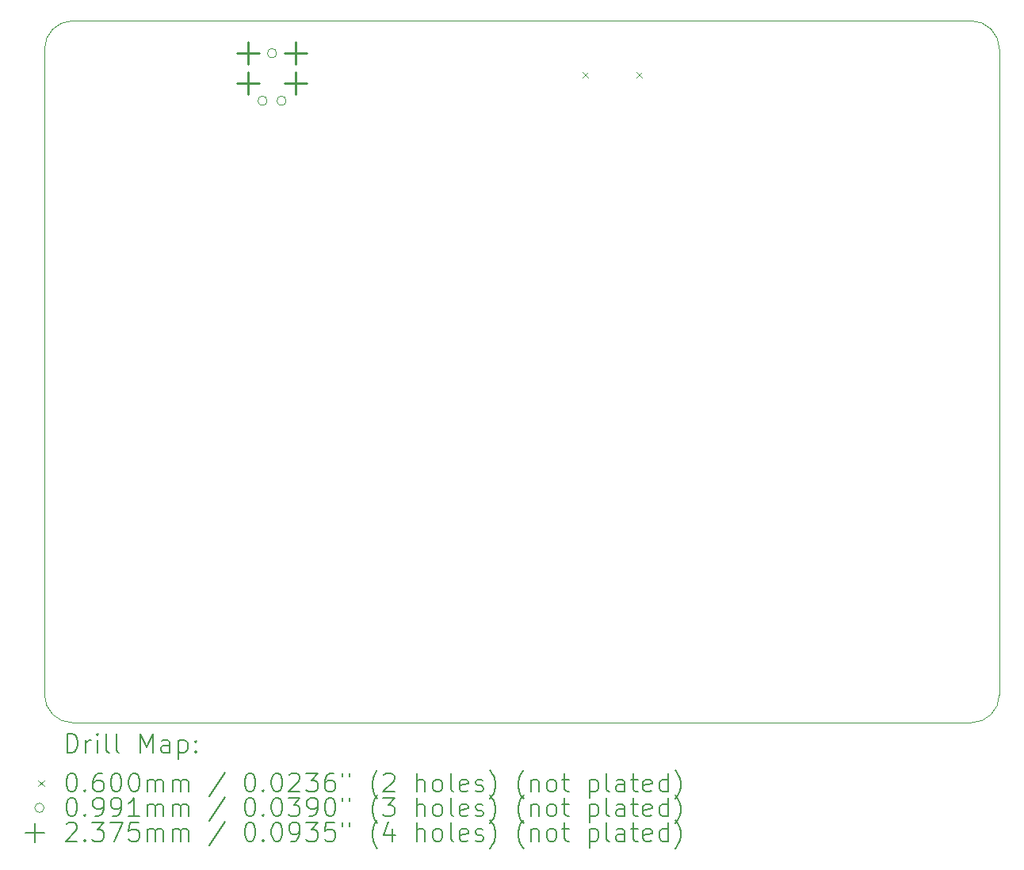
<source format=gbr>
%TF.GenerationSoftware,KiCad,Pcbnew,7.0.1*%
%TF.CreationDate,2023-07-17T00:52:39+01:00*%
%TF.ProjectId,Motor Driver Board,4d6f746f-7220-4447-9269-76657220426f,rev?*%
%TF.SameCoordinates,Original*%
%TF.FileFunction,Drillmap*%
%TF.FilePolarity,Positive*%
%FSLAX45Y45*%
G04 Gerber Fmt 4.5, Leading zero omitted, Abs format (unit mm)*
G04 Created by KiCad (PCBNEW 7.0.1) date 2023-07-17 00:52:39*
%MOMM*%
%LPD*%
G01*
G04 APERTURE LIST*
%ADD10C,0.100000*%
%ADD11C,0.200000*%
%ADD12C,0.060000*%
%ADD13C,0.099060*%
%ADD14C,0.237490*%
G04 APERTURE END LIST*
D10*
X10300000Y-13500000D02*
X19900000Y-13500000D01*
X10000000Y-13200000D02*
G75*
G03*
X10300000Y-13500000I300000J0D01*
G01*
X19900000Y-6000000D02*
X10300000Y-6000000D01*
X20200000Y-6300000D02*
G75*
G03*
X19900000Y-6000000I-300000J0D01*
G01*
X20200000Y-13200000D02*
X20200000Y-6300000D01*
X10000000Y-6300000D02*
X10000000Y-13200000D01*
X10300000Y-6000000D02*
G75*
G03*
X10000000Y-6300000I0J-300000D01*
G01*
X19900000Y-13500000D02*
G75*
G03*
X20200000Y-13200000I0J300000D01*
G01*
D11*
D12*
X15746000Y-6548000D02*
X15806000Y-6608000D01*
X15806000Y-6548000D02*
X15746000Y-6608000D01*
X16324000Y-6548000D02*
X16384000Y-6608000D01*
X16384000Y-6548000D02*
X16324000Y-6608000D01*
D13*
X12377930Y-6854000D02*
G75*
G03*
X12377930Y-6854000I-49530J0D01*
G01*
X12479530Y-6346000D02*
G75*
G03*
X12479530Y-6346000I-49530J0D01*
G01*
X12581130Y-6854000D02*
G75*
G03*
X12581130Y-6854000I-49530J0D01*
G01*
D14*
X12176000Y-6227255D02*
X12176000Y-6464745D01*
X12057255Y-6346000D02*
X12294745Y-6346000D01*
X12176000Y-6544755D02*
X12176000Y-6782245D01*
X12057255Y-6663500D02*
X12294745Y-6663500D01*
X12684000Y-6227255D02*
X12684000Y-6464745D01*
X12565255Y-6346000D02*
X12802745Y-6346000D01*
X12684000Y-6544755D02*
X12684000Y-6782245D01*
X12565255Y-6663500D02*
X12802745Y-6663500D01*
D11*
X10242619Y-13817524D02*
X10242619Y-13617524D01*
X10242619Y-13617524D02*
X10290238Y-13617524D01*
X10290238Y-13617524D02*
X10318810Y-13627048D01*
X10318810Y-13627048D02*
X10337857Y-13646095D01*
X10337857Y-13646095D02*
X10347381Y-13665143D01*
X10347381Y-13665143D02*
X10356905Y-13703238D01*
X10356905Y-13703238D02*
X10356905Y-13731809D01*
X10356905Y-13731809D02*
X10347381Y-13769905D01*
X10347381Y-13769905D02*
X10337857Y-13788952D01*
X10337857Y-13788952D02*
X10318810Y-13808000D01*
X10318810Y-13808000D02*
X10290238Y-13817524D01*
X10290238Y-13817524D02*
X10242619Y-13817524D01*
X10442619Y-13817524D02*
X10442619Y-13684190D01*
X10442619Y-13722286D02*
X10452143Y-13703238D01*
X10452143Y-13703238D02*
X10461667Y-13693714D01*
X10461667Y-13693714D02*
X10480714Y-13684190D01*
X10480714Y-13684190D02*
X10499762Y-13684190D01*
X10566429Y-13817524D02*
X10566429Y-13684190D01*
X10566429Y-13617524D02*
X10556905Y-13627048D01*
X10556905Y-13627048D02*
X10566429Y-13636571D01*
X10566429Y-13636571D02*
X10575952Y-13627048D01*
X10575952Y-13627048D02*
X10566429Y-13617524D01*
X10566429Y-13617524D02*
X10566429Y-13636571D01*
X10690238Y-13817524D02*
X10671190Y-13808000D01*
X10671190Y-13808000D02*
X10661667Y-13788952D01*
X10661667Y-13788952D02*
X10661667Y-13617524D01*
X10795000Y-13817524D02*
X10775952Y-13808000D01*
X10775952Y-13808000D02*
X10766429Y-13788952D01*
X10766429Y-13788952D02*
X10766429Y-13617524D01*
X11023571Y-13817524D02*
X11023571Y-13617524D01*
X11023571Y-13617524D02*
X11090238Y-13760381D01*
X11090238Y-13760381D02*
X11156905Y-13617524D01*
X11156905Y-13617524D02*
X11156905Y-13817524D01*
X11337857Y-13817524D02*
X11337857Y-13712762D01*
X11337857Y-13712762D02*
X11328333Y-13693714D01*
X11328333Y-13693714D02*
X11309286Y-13684190D01*
X11309286Y-13684190D02*
X11271190Y-13684190D01*
X11271190Y-13684190D02*
X11252143Y-13693714D01*
X11337857Y-13808000D02*
X11318809Y-13817524D01*
X11318809Y-13817524D02*
X11271190Y-13817524D01*
X11271190Y-13817524D02*
X11252143Y-13808000D01*
X11252143Y-13808000D02*
X11242619Y-13788952D01*
X11242619Y-13788952D02*
X11242619Y-13769905D01*
X11242619Y-13769905D02*
X11252143Y-13750857D01*
X11252143Y-13750857D02*
X11271190Y-13741333D01*
X11271190Y-13741333D02*
X11318809Y-13741333D01*
X11318809Y-13741333D02*
X11337857Y-13731809D01*
X11433095Y-13684190D02*
X11433095Y-13884190D01*
X11433095Y-13693714D02*
X11452143Y-13684190D01*
X11452143Y-13684190D02*
X11490238Y-13684190D01*
X11490238Y-13684190D02*
X11509286Y-13693714D01*
X11509286Y-13693714D02*
X11518809Y-13703238D01*
X11518809Y-13703238D02*
X11528333Y-13722286D01*
X11528333Y-13722286D02*
X11528333Y-13779428D01*
X11528333Y-13779428D02*
X11518809Y-13798476D01*
X11518809Y-13798476D02*
X11509286Y-13808000D01*
X11509286Y-13808000D02*
X11490238Y-13817524D01*
X11490238Y-13817524D02*
X11452143Y-13817524D01*
X11452143Y-13817524D02*
X11433095Y-13808000D01*
X11614048Y-13798476D02*
X11623571Y-13808000D01*
X11623571Y-13808000D02*
X11614048Y-13817524D01*
X11614048Y-13817524D02*
X11604524Y-13808000D01*
X11604524Y-13808000D02*
X11614048Y-13798476D01*
X11614048Y-13798476D02*
X11614048Y-13817524D01*
X11614048Y-13693714D02*
X11623571Y-13703238D01*
X11623571Y-13703238D02*
X11614048Y-13712762D01*
X11614048Y-13712762D02*
X11604524Y-13703238D01*
X11604524Y-13703238D02*
X11614048Y-13693714D01*
X11614048Y-13693714D02*
X11614048Y-13712762D01*
D12*
X9935000Y-14115000D02*
X9995000Y-14175000D01*
X9995000Y-14115000D02*
X9935000Y-14175000D01*
D11*
X10280714Y-14037524D02*
X10299762Y-14037524D01*
X10299762Y-14037524D02*
X10318810Y-14047048D01*
X10318810Y-14047048D02*
X10328333Y-14056571D01*
X10328333Y-14056571D02*
X10337857Y-14075619D01*
X10337857Y-14075619D02*
X10347381Y-14113714D01*
X10347381Y-14113714D02*
X10347381Y-14161333D01*
X10347381Y-14161333D02*
X10337857Y-14199428D01*
X10337857Y-14199428D02*
X10328333Y-14218476D01*
X10328333Y-14218476D02*
X10318810Y-14228000D01*
X10318810Y-14228000D02*
X10299762Y-14237524D01*
X10299762Y-14237524D02*
X10280714Y-14237524D01*
X10280714Y-14237524D02*
X10261667Y-14228000D01*
X10261667Y-14228000D02*
X10252143Y-14218476D01*
X10252143Y-14218476D02*
X10242619Y-14199428D01*
X10242619Y-14199428D02*
X10233095Y-14161333D01*
X10233095Y-14161333D02*
X10233095Y-14113714D01*
X10233095Y-14113714D02*
X10242619Y-14075619D01*
X10242619Y-14075619D02*
X10252143Y-14056571D01*
X10252143Y-14056571D02*
X10261667Y-14047048D01*
X10261667Y-14047048D02*
X10280714Y-14037524D01*
X10433095Y-14218476D02*
X10442619Y-14228000D01*
X10442619Y-14228000D02*
X10433095Y-14237524D01*
X10433095Y-14237524D02*
X10423571Y-14228000D01*
X10423571Y-14228000D02*
X10433095Y-14218476D01*
X10433095Y-14218476D02*
X10433095Y-14237524D01*
X10614048Y-14037524D02*
X10575952Y-14037524D01*
X10575952Y-14037524D02*
X10556905Y-14047048D01*
X10556905Y-14047048D02*
X10547381Y-14056571D01*
X10547381Y-14056571D02*
X10528333Y-14085143D01*
X10528333Y-14085143D02*
X10518810Y-14123238D01*
X10518810Y-14123238D02*
X10518810Y-14199428D01*
X10518810Y-14199428D02*
X10528333Y-14218476D01*
X10528333Y-14218476D02*
X10537857Y-14228000D01*
X10537857Y-14228000D02*
X10556905Y-14237524D01*
X10556905Y-14237524D02*
X10595000Y-14237524D01*
X10595000Y-14237524D02*
X10614048Y-14228000D01*
X10614048Y-14228000D02*
X10623571Y-14218476D01*
X10623571Y-14218476D02*
X10633095Y-14199428D01*
X10633095Y-14199428D02*
X10633095Y-14151809D01*
X10633095Y-14151809D02*
X10623571Y-14132762D01*
X10623571Y-14132762D02*
X10614048Y-14123238D01*
X10614048Y-14123238D02*
X10595000Y-14113714D01*
X10595000Y-14113714D02*
X10556905Y-14113714D01*
X10556905Y-14113714D02*
X10537857Y-14123238D01*
X10537857Y-14123238D02*
X10528333Y-14132762D01*
X10528333Y-14132762D02*
X10518810Y-14151809D01*
X10756905Y-14037524D02*
X10775952Y-14037524D01*
X10775952Y-14037524D02*
X10795000Y-14047048D01*
X10795000Y-14047048D02*
X10804524Y-14056571D01*
X10804524Y-14056571D02*
X10814048Y-14075619D01*
X10814048Y-14075619D02*
X10823571Y-14113714D01*
X10823571Y-14113714D02*
X10823571Y-14161333D01*
X10823571Y-14161333D02*
X10814048Y-14199428D01*
X10814048Y-14199428D02*
X10804524Y-14218476D01*
X10804524Y-14218476D02*
X10795000Y-14228000D01*
X10795000Y-14228000D02*
X10775952Y-14237524D01*
X10775952Y-14237524D02*
X10756905Y-14237524D01*
X10756905Y-14237524D02*
X10737857Y-14228000D01*
X10737857Y-14228000D02*
X10728333Y-14218476D01*
X10728333Y-14218476D02*
X10718810Y-14199428D01*
X10718810Y-14199428D02*
X10709286Y-14161333D01*
X10709286Y-14161333D02*
X10709286Y-14113714D01*
X10709286Y-14113714D02*
X10718810Y-14075619D01*
X10718810Y-14075619D02*
X10728333Y-14056571D01*
X10728333Y-14056571D02*
X10737857Y-14047048D01*
X10737857Y-14047048D02*
X10756905Y-14037524D01*
X10947381Y-14037524D02*
X10966429Y-14037524D01*
X10966429Y-14037524D02*
X10985476Y-14047048D01*
X10985476Y-14047048D02*
X10995000Y-14056571D01*
X10995000Y-14056571D02*
X11004524Y-14075619D01*
X11004524Y-14075619D02*
X11014048Y-14113714D01*
X11014048Y-14113714D02*
X11014048Y-14161333D01*
X11014048Y-14161333D02*
X11004524Y-14199428D01*
X11004524Y-14199428D02*
X10995000Y-14218476D01*
X10995000Y-14218476D02*
X10985476Y-14228000D01*
X10985476Y-14228000D02*
X10966429Y-14237524D01*
X10966429Y-14237524D02*
X10947381Y-14237524D01*
X10947381Y-14237524D02*
X10928333Y-14228000D01*
X10928333Y-14228000D02*
X10918810Y-14218476D01*
X10918810Y-14218476D02*
X10909286Y-14199428D01*
X10909286Y-14199428D02*
X10899762Y-14161333D01*
X10899762Y-14161333D02*
X10899762Y-14113714D01*
X10899762Y-14113714D02*
X10909286Y-14075619D01*
X10909286Y-14075619D02*
X10918810Y-14056571D01*
X10918810Y-14056571D02*
X10928333Y-14047048D01*
X10928333Y-14047048D02*
X10947381Y-14037524D01*
X11099762Y-14237524D02*
X11099762Y-14104190D01*
X11099762Y-14123238D02*
X11109286Y-14113714D01*
X11109286Y-14113714D02*
X11128333Y-14104190D01*
X11128333Y-14104190D02*
X11156905Y-14104190D01*
X11156905Y-14104190D02*
X11175952Y-14113714D01*
X11175952Y-14113714D02*
X11185476Y-14132762D01*
X11185476Y-14132762D02*
X11185476Y-14237524D01*
X11185476Y-14132762D02*
X11195000Y-14113714D01*
X11195000Y-14113714D02*
X11214048Y-14104190D01*
X11214048Y-14104190D02*
X11242619Y-14104190D01*
X11242619Y-14104190D02*
X11261667Y-14113714D01*
X11261667Y-14113714D02*
X11271190Y-14132762D01*
X11271190Y-14132762D02*
X11271190Y-14237524D01*
X11366429Y-14237524D02*
X11366429Y-14104190D01*
X11366429Y-14123238D02*
X11375952Y-14113714D01*
X11375952Y-14113714D02*
X11395000Y-14104190D01*
X11395000Y-14104190D02*
X11423571Y-14104190D01*
X11423571Y-14104190D02*
X11442619Y-14113714D01*
X11442619Y-14113714D02*
X11452143Y-14132762D01*
X11452143Y-14132762D02*
X11452143Y-14237524D01*
X11452143Y-14132762D02*
X11461667Y-14113714D01*
X11461667Y-14113714D02*
X11480714Y-14104190D01*
X11480714Y-14104190D02*
X11509286Y-14104190D01*
X11509286Y-14104190D02*
X11528333Y-14113714D01*
X11528333Y-14113714D02*
X11537857Y-14132762D01*
X11537857Y-14132762D02*
X11537857Y-14237524D01*
X11928333Y-14028000D02*
X11756905Y-14285143D01*
X12185476Y-14037524D02*
X12204524Y-14037524D01*
X12204524Y-14037524D02*
X12223572Y-14047048D01*
X12223572Y-14047048D02*
X12233095Y-14056571D01*
X12233095Y-14056571D02*
X12242619Y-14075619D01*
X12242619Y-14075619D02*
X12252143Y-14113714D01*
X12252143Y-14113714D02*
X12252143Y-14161333D01*
X12252143Y-14161333D02*
X12242619Y-14199428D01*
X12242619Y-14199428D02*
X12233095Y-14218476D01*
X12233095Y-14218476D02*
X12223572Y-14228000D01*
X12223572Y-14228000D02*
X12204524Y-14237524D01*
X12204524Y-14237524D02*
X12185476Y-14237524D01*
X12185476Y-14237524D02*
X12166429Y-14228000D01*
X12166429Y-14228000D02*
X12156905Y-14218476D01*
X12156905Y-14218476D02*
X12147381Y-14199428D01*
X12147381Y-14199428D02*
X12137857Y-14161333D01*
X12137857Y-14161333D02*
X12137857Y-14113714D01*
X12137857Y-14113714D02*
X12147381Y-14075619D01*
X12147381Y-14075619D02*
X12156905Y-14056571D01*
X12156905Y-14056571D02*
X12166429Y-14047048D01*
X12166429Y-14047048D02*
X12185476Y-14037524D01*
X12337857Y-14218476D02*
X12347381Y-14228000D01*
X12347381Y-14228000D02*
X12337857Y-14237524D01*
X12337857Y-14237524D02*
X12328333Y-14228000D01*
X12328333Y-14228000D02*
X12337857Y-14218476D01*
X12337857Y-14218476D02*
X12337857Y-14237524D01*
X12471191Y-14037524D02*
X12490238Y-14037524D01*
X12490238Y-14037524D02*
X12509286Y-14047048D01*
X12509286Y-14047048D02*
X12518810Y-14056571D01*
X12518810Y-14056571D02*
X12528333Y-14075619D01*
X12528333Y-14075619D02*
X12537857Y-14113714D01*
X12537857Y-14113714D02*
X12537857Y-14161333D01*
X12537857Y-14161333D02*
X12528333Y-14199428D01*
X12528333Y-14199428D02*
X12518810Y-14218476D01*
X12518810Y-14218476D02*
X12509286Y-14228000D01*
X12509286Y-14228000D02*
X12490238Y-14237524D01*
X12490238Y-14237524D02*
X12471191Y-14237524D01*
X12471191Y-14237524D02*
X12452143Y-14228000D01*
X12452143Y-14228000D02*
X12442619Y-14218476D01*
X12442619Y-14218476D02*
X12433095Y-14199428D01*
X12433095Y-14199428D02*
X12423572Y-14161333D01*
X12423572Y-14161333D02*
X12423572Y-14113714D01*
X12423572Y-14113714D02*
X12433095Y-14075619D01*
X12433095Y-14075619D02*
X12442619Y-14056571D01*
X12442619Y-14056571D02*
X12452143Y-14047048D01*
X12452143Y-14047048D02*
X12471191Y-14037524D01*
X12614048Y-14056571D02*
X12623572Y-14047048D01*
X12623572Y-14047048D02*
X12642619Y-14037524D01*
X12642619Y-14037524D02*
X12690238Y-14037524D01*
X12690238Y-14037524D02*
X12709286Y-14047048D01*
X12709286Y-14047048D02*
X12718810Y-14056571D01*
X12718810Y-14056571D02*
X12728333Y-14075619D01*
X12728333Y-14075619D02*
X12728333Y-14094667D01*
X12728333Y-14094667D02*
X12718810Y-14123238D01*
X12718810Y-14123238D02*
X12604524Y-14237524D01*
X12604524Y-14237524D02*
X12728333Y-14237524D01*
X12795000Y-14037524D02*
X12918810Y-14037524D01*
X12918810Y-14037524D02*
X12852143Y-14113714D01*
X12852143Y-14113714D02*
X12880714Y-14113714D01*
X12880714Y-14113714D02*
X12899762Y-14123238D01*
X12899762Y-14123238D02*
X12909286Y-14132762D01*
X12909286Y-14132762D02*
X12918810Y-14151809D01*
X12918810Y-14151809D02*
X12918810Y-14199428D01*
X12918810Y-14199428D02*
X12909286Y-14218476D01*
X12909286Y-14218476D02*
X12899762Y-14228000D01*
X12899762Y-14228000D02*
X12880714Y-14237524D01*
X12880714Y-14237524D02*
X12823572Y-14237524D01*
X12823572Y-14237524D02*
X12804524Y-14228000D01*
X12804524Y-14228000D02*
X12795000Y-14218476D01*
X13090238Y-14037524D02*
X13052143Y-14037524D01*
X13052143Y-14037524D02*
X13033095Y-14047048D01*
X13033095Y-14047048D02*
X13023572Y-14056571D01*
X13023572Y-14056571D02*
X13004524Y-14085143D01*
X13004524Y-14085143D02*
X12995000Y-14123238D01*
X12995000Y-14123238D02*
X12995000Y-14199428D01*
X12995000Y-14199428D02*
X13004524Y-14218476D01*
X13004524Y-14218476D02*
X13014048Y-14228000D01*
X13014048Y-14228000D02*
X13033095Y-14237524D01*
X13033095Y-14237524D02*
X13071191Y-14237524D01*
X13071191Y-14237524D02*
X13090238Y-14228000D01*
X13090238Y-14228000D02*
X13099762Y-14218476D01*
X13099762Y-14218476D02*
X13109286Y-14199428D01*
X13109286Y-14199428D02*
X13109286Y-14151809D01*
X13109286Y-14151809D02*
X13099762Y-14132762D01*
X13099762Y-14132762D02*
X13090238Y-14123238D01*
X13090238Y-14123238D02*
X13071191Y-14113714D01*
X13071191Y-14113714D02*
X13033095Y-14113714D01*
X13033095Y-14113714D02*
X13014048Y-14123238D01*
X13014048Y-14123238D02*
X13004524Y-14132762D01*
X13004524Y-14132762D02*
X12995000Y-14151809D01*
X13185476Y-14037524D02*
X13185476Y-14075619D01*
X13261667Y-14037524D02*
X13261667Y-14075619D01*
X13556905Y-14313714D02*
X13547381Y-14304190D01*
X13547381Y-14304190D02*
X13528334Y-14275619D01*
X13528334Y-14275619D02*
X13518810Y-14256571D01*
X13518810Y-14256571D02*
X13509286Y-14228000D01*
X13509286Y-14228000D02*
X13499762Y-14180381D01*
X13499762Y-14180381D02*
X13499762Y-14142286D01*
X13499762Y-14142286D02*
X13509286Y-14094667D01*
X13509286Y-14094667D02*
X13518810Y-14066095D01*
X13518810Y-14066095D02*
X13528334Y-14047048D01*
X13528334Y-14047048D02*
X13547381Y-14018476D01*
X13547381Y-14018476D02*
X13556905Y-14008952D01*
X13623572Y-14056571D02*
X13633095Y-14047048D01*
X13633095Y-14047048D02*
X13652143Y-14037524D01*
X13652143Y-14037524D02*
X13699762Y-14037524D01*
X13699762Y-14037524D02*
X13718810Y-14047048D01*
X13718810Y-14047048D02*
X13728334Y-14056571D01*
X13728334Y-14056571D02*
X13737857Y-14075619D01*
X13737857Y-14075619D02*
X13737857Y-14094667D01*
X13737857Y-14094667D02*
X13728334Y-14123238D01*
X13728334Y-14123238D02*
X13614048Y-14237524D01*
X13614048Y-14237524D02*
X13737857Y-14237524D01*
X13975953Y-14237524D02*
X13975953Y-14037524D01*
X14061667Y-14237524D02*
X14061667Y-14132762D01*
X14061667Y-14132762D02*
X14052143Y-14113714D01*
X14052143Y-14113714D02*
X14033096Y-14104190D01*
X14033096Y-14104190D02*
X14004524Y-14104190D01*
X14004524Y-14104190D02*
X13985476Y-14113714D01*
X13985476Y-14113714D02*
X13975953Y-14123238D01*
X14185476Y-14237524D02*
X14166429Y-14228000D01*
X14166429Y-14228000D02*
X14156905Y-14218476D01*
X14156905Y-14218476D02*
X14147381Y-14199428D01*
X14147381Y-14199428D02*
X14147381Y-14142286D01*
X14147381Y-14142286D02*
X14156905Y-14123238D01*
X14156905Y-14123238D02*
X14166429Y-14113714D01*
X14166429Y-14113714D02*
X14185476Y-14104190D01*
X14185476Y-14104190D02*
X14214048Y-14104190D01*
X14214048Y-14104190D02*
X14233096Y-14113714D01*
X14233096Y-14113714D02*
X14242619Y-14123238D01*
X14242619Y-14123238D02*
X14252143Y-14142286D01*
X14252143Y-14142286D02*
X14252143Y-14199428D01*
X14252143Y-14199428D02*
X14242619Y-14218476D01*
X14242619Y-14218476D02*
X14233096Y-14228000D01*
X14233096Y-14228000D02*
X14214048Y-14237524D01*
X14214048Y-14237524D02*
X14185476Y-14237524D01*
X14366429Y-14237524D02*
X14347381Y-14228000D01*
X14347381Y-14228000D02*
X14337857Y-14208952D01*
X14337857Y-14208952D02*
X14337857Y-14037524D01*
X14518810Y-14228000D02*
X14499762Y-14237524D01*
X14499762Y-14237524D02*
X14461667Y-14237524D01*
X14461667Y-14237524D02*
X14442619Y-14228000D01*
X14442619Y-14228000D02*
X14433096Y-14208952D01*
X14433096Y-14208952D02*
X14433096Y-14132762D01*
X14433096Y-14132762D02*
X14442619Y-14113714D01*
X14442619Y-14113714D02*
X14461667Y-14104190D01*
X14461667Y-14104190D02*
X14499762Y-14104190D01*
X14499762Y-14104190D02*
X14518810Y-14113714D01*
X14518810Y-14113714D02*
X14528334Y-14132762D01*
X14528334Y-14132762D02*
X14528334Y-14151809D01*
X14528334Y-14151809D02*
X14433096Y-14170857D01*
X14604524Y-14228000D02*
X14623572Y-14237524D01*
X14623572Y-14237524D02*
X14661667Y-14237524D01*
X14661667Y-14237524D02*
X14680715Y-14228000D01*
X14680715Y-14228000D02*
X14690238Y-14208952D01*
X14690238Y-14208952D02*
X14690238Y-14199428D01*
X14690238Y-14199428D02*
X14680715Y-14180381D01*
X14680715Y-14180381D02*
X14661667Y-14170857D01*
X14661667Y-14170857D02*
X14633096Y-14170857D01*
X14633096Y-14170857D02*
X14614048Y-14161333D01*
X14614048Y-14161333D02*
X14604524Y-14142286D01*
X14604524Y-14142286D02*
X14604524Y-14132762D01*
X14604524Y-14132762D02*
X14614048Y-14113714D01*
X14614048Y-14113714D02*
X14633096Y-14104190D01*
X14633096Y-14104190D02*
X14661667Y-14104190D01*
X14661667Y-14104190D02*
X14680715Y-14113714D01*
X14756905Y-14313714D02*
X14766429Y-14304190D01*
X14766429Y-14304190D02*
X14785477Y-14275619D01*
X14785477Y-14275619D02*
X14795000Y-14256571D01*
X14795000Y-14256571D02*
X14804524Y-14228000D01*
X14804524Y-14228000D02*
X14814048Y-14180381D01*
X14814048Y-14180381D02*
X14814048Y-14142286D01*
X14814048Y-14142286D02*
X14804524Y-14094667D01*
X14804524Y-14094667D02*
X14795000Y-14066095D01*
X14795000Y-14066095D02*
X14785477Y-14047048D01*
X14785477Y-14047048D02*
X14766429Y-14018476D01*
X14766429Y-14018476D02*
X14756905Y-14008952D01*
X15118810Y-14313714D02*
X15109286Y-14304190D01*
X15109286Y-14304190D02*
X15090238Y-14275619D01*
X15090238Y-14275619D02*
X15080715Y-14256571D01*
X15080715Y-14256571D02*
X15071191Y-14228000D01*
X15071191Y-14228000D02*
X15061667Y-14180381D01*
X15061667Y-14180381D02*
X15061667Y-14142286D01*
X15061667Y-14142286D02*
X15071191Y-14094667D01*
X15071191Y-14094667D02*
X15080715Y-14066095D01*
X15080715Y-14066095D02*
X15090238Y-14047048D01*
X15090238Y-14047048D02*
X15109286Y-14018476D01*
X15109286Y-14018476D02*
X15118810Y-14008952D01*
X15195000Y-14104190D02*
X15195000Y-14237524D01*
X15195000Y-14123238D02*
X15204524Y-14113714D01*
X15204524Y-14113714D02*
X15223572Y-14104190D01*
X15223572Y-14104190D02*
X15252143Y-14104190D01*
X15252143Y-14104190D02*
X15271191Y-14113714D01*
X15271191Y-14113714D02*
X15280715Y-14132762D01*
X15280715Y-14132762D02*
X15280715Y-14237524D01*
X15404524Y-14237524D02*
X15385477Y-14228000D01*
X15385477Y-14228000D02*
X15375953Y-14218476D01*
X15375953Y-14218476D02*
X15366429Y-14199428D01*
X15366429Y-14199428D02*
X15366429Y-14142286D01*
X15366429Y-14142286D02*
X15375953Y-14123238D01*
X15375953Y-14123238D02*
X15385477Y-14113714D01*
X15385477Y-14113714D02*
X15404524Y-14104190D01*
X15404524Y-14104190D02*
X15433096Y-14104190D01*
X15433096Y-14104190D02*
X15452143Y-14113714D01*
X15452143Y-14113714D02*
X15461667Y-14123238D01*
X15461667Y-14123238D02*
X15471191Y-14142286D01*
X15471191Y-14142286D02*
X15471191Y-14199428D01*
X15471191Y-14199428D02*
X15461667Y-14218476D01*
X15461667Y-14218476D02*
X15452143Y-14228000D01*
X15452143Y-14228000D02*
X15433096Y-14237524D01*
X15433096Y-14237524D02*
X15404524Y-14237524D01*
X15528334Y-14104190D02*
X15604524Y-14104190D01*
X15556905Y-14037524D02*
X15556905Y-14208952D01*
X15556905Y-14208952D02*
X15566429Y-14228000D01*
X15566429Y-14228000D02*
X15585477Y-14237524D01*
X15585477Y-14237524D02*
X15604524Y-14237524D01*
X15823572Y-14104190D02*
X15823572Y-14304190D01*
X15823572Y-14113714D02*
X15842619Y-14104190D01*
X15842619Y-14104190D02*
X15880715Y-14104190D01*
X15880715Y-14104190D02*
X15899762Y-14113714D01*
X15899762Y-14113714D02*
X15909286Y-14123238D01*
X15909286Y-14123238D02*
X15918810Y-14142286D01*
X15918810Y-14142286D02*
X15918810Y-14199428D01*
X15918810Y-14199428D02*
X15909286Y-14218476D01*
X15909286Y-14218476D02*
X15899762Y-14228000D01*
X15899762Y-14228000D02*
X15880715Y-14237524D01*
X15880715Y-14237524D02*
X15842619Y-14237524D01*
X15842619Y-14237524D02*
X15823572Y-14228000D01*
X16033096Y-14237524D02*
X16014048Y-14228000D01*
X16014048Y-14228000D02*
X16004524Y-14208952D01*
X16004524Y-14208952D02*
X16004524Y-14037524D01*
X16195000Y-14237524D02*
X16195000Y-14132762D01*
X16195000Y-14132762D02*
X16185477Y-14113714D01*
X16185477Y-14113714D02*
X16166429Y-14104190D01*
X16166429Y-14104190D02*
X16128334Y-14104190D01*
X16128334Y-14104190D02*
X16109286Y-14113714D01*
X16195000Y-14228000D02*
X16175953Y-14237524D01*
X16175953Y-14237524D02*
X16128334Y-14237524D01*
X16128334Y-14237524D02*
X16109286Y-14228000D01*
X16109286Y-14228000D02*
X16099762Y-14208952D01*
X16099762Y-14208952D02*
X16099762Y-14189905D01*
X16099762Y-14189905D02*
X16109286Y-14170857D01*
X16109286Y-14170857D02*
X16128334Y-14161333D01*
X16128334Y-14161333D02*
X16175953Y-14161333D01*
X16175953Y-14161333D02*
X16195000Y-14151809D01*
X16261667Y-14104190D02*
X16337858Y-14104190D01*
X16290239Y-14037524D02*
X16290239Y-14208952D01*
X16290239Y-14208952D02*
X16299762Y-14228000D01*
X16299762Y-14228000D02*
X16318810Y-14237524D01*
X16318810Y-14237524D02*
X16337858Y-14237524D01*
X16480715Y-14228000D02*
X16461667Y-14237524D01*
X16461667Y-14237524D02*
X16423572Y-14237524D01*
X16423572Y-14237524D02*
X16404524Y-14228000D01*
X16404524Y-14228000D02*
X16395000Y-14208952D01*
X16395000Y-14208952D02*
X16395000Y-14132762D01*
X16395000Y-14132762D02*
X16404524Y-14113714D01*
X16404524Y-14113714D02*
X16423572Y-14104190D01*
X16423572Y-14104190D02*
X16461667Y-14104190D01*
X16461667Y-14104190D02*
X16480715Y-14113714D01*
X16480715Y-14113714D02*
X16490239Y-14132762D01*
X16490239Y-14132762D02*
X16490239Y-14151809D01*
X16490239Y-14151809D02*
X16395000Y-14170857D01*
X16661667Y-14237524D02*
X16661667Y-14037524D01*
X16661667Y-14228000D02*
X16642620Y-14237524D01*
X16642620Y-14237524D02*
X16604524Y-14237524D01*
X16604524Y-14237524D02*
X16585477Y-14228000D01*
X16585477Y-14228000D02*
X16575953Y-14218476D01*
X16575953Y-14218476D02*
X16566429Y-14199428D01*
X16566429Y-14199428D02*
X16566429Y-14142286D01*
X16566429Y-14142286D02*
X16575953Y-14123238D01*
X16575953Y-14123238D02*
X16585477Y-14113714D01*
X16585477Y-14113714D02*
X16604524Y-14104190D01*
X16604524Y-14104190D02*
X16642620Y-14104190D01*
X16642620Y-14104190D02*
X16661667Y-14113714D01*
X16737858Y-14313714D02*
X16747381Y-14304190D01*
X16747381Y-14304190D02*
X16766429Y-14275619D01*
X16766429Y-14275619D02*
X16775953Y-14256571D01*
X16775953Y-14256571D02*
X16785477Y-14228000D01*
X16785477Y-14228000D02*
X16795001Y-14180381D01*
X16795001Y-14180381D02*
X16795001Y-14142286D01*
X16795001Y-14142286D02*
X16785477Y-14094667D01*
X16785477Y-14094667D02*
X16775953Y-14066095D01*
X16775953Y-14066095D02*
X16766429Y-14047048D01*
X16766429Y-14047048D02*
X16747381Y-14018476D01*
X16747381Y-14018476D02*
X16737858Y-14008952D01*
D13*
X9995000Y-14409000D02*
G75*
G03*
X9995000Y-14409000I-49530J0D01*
G01*
D11*
X10280714Y-14301524D02*
X10299762Y-14301524D01*
X10299762Y-14301524D02*
X10318810Y-14311048D01*
X10318810Y-14311048D02*
X10328333Y-14320571D01*
X10328333Y-14320571D02*
X10337857Y-14339619D01*
X10337857Y-14339619D02*
X10347381Y-14377714D01*
X10347381Y-14377714D02*
X10347381Y-14425333D01*
X10347381Y-14425333D02*
X10337857Y-14463428D01*
X10337857Y-14463428D02*
X10328333Y-14482476D01*
X10328333Y-14482476D02*
X10318810Y-14492000D01*
X10318810Y-14492000D02*
X10299762Y-14501524D01*
X10299762Y-14501524D02*
X10280714Y-14501524D01*
X10280714Y-14501524D02*
X10261667Y-14492000D01*
X10261667Y-14492000D02*
X10252143Y-14482476D01*
X10252143Y-14482476D02*
X10242619Y-14463428D01*
X10242619Y-14463428D02*
X10233095Y-14425333D01*
X10233095Y-14425333D02*
X10233095Y-14377714D01*
X10233095Y-14377714D02*
X10242619Y-14339619D01*
X10242619Y-14339619D02*
X10252143Y-14320571D01*
X10252143Y-14320571D02*
X10261667Y-14311048D01*
X10261667Y-14311048D02*
X10280714Y-14301524D01*
X10433095Y-14482476D02*
X10442619Y-14492000D01*
X10442619Y-14492000D02*
X10433095Y-14501524D01*
X10433095Y-14501524D02*
X10423571Y-14492000D01*
X10423571Y-14492000D02*
X10433095Y-14482476D01*
X10433095Y-14482476D02*
X10433095Y-14501524D01*
X10537857Y-14501524D02*
X10575952Y-14501524D01*
X10575952Y-14501524D02*
X10595000Y-14492000D01*
X10595000Y-14492000D02*
X10604524Y-14482476D01*
X10604524Y-14482476D02*
X10623571Y-14453905D01*
X10623571Y-14453905D02*
X10633095Y-14415809D01*
X10633095Y-14415809D02*
X10633095Y-14339619D01*
X10633095Y-14339619D02*
X10623571Y-14320571D01*
X10623571Y-14320571D02*
X10614048Y-14311048D01*
X10614048Y-14311048D02*
X10595000Y-14301524D01*
X10595000Y-14301524D02*
X10556905Y-14301524D01*
X10556905Y-14301524D02*
X10537857Y-14311048D01*
X10537857Y-14311048D02*
X10528333Y-14320571D01*
X10528333Y-14320571D02*
X10518810Y-14339619D01*
X10518810Y-14339619D02*
X10518810Y-14387238D01*
X10518810Y-14387238D02*
X10528333Y-14406286D01*
X10528333Y-14406286D02*
X10537857Y-14415809D01*
X10537857Y-14415809D02*
X10556905Y-14425333D01*
X10556905Y-14425333D02*
X10595000Y-14425333D01*
X10595000Y-14425333D02*
X10614048Y-14415809D01*
X10614048Y-14415809D02*
X10623571Y-14406286D01*
X10623571Y-14406286D02*
X10633095Y-14387238D01*
X10728333Y-14501524D02*
X10766429Y-14501524D01*
X10766429Y-14501524D02*
X10785476Y-14492000D01*
X10785476Y-14492000D02*
X10795000Y-14482476D01*
X10795000Y-14482476D02*
X10814048Y-14453905D01*
X10814048Y-14453905D02*
X10823571Y-14415809D01*
X10823571Y-14415809D02*
X10823571Y-14339619D01*
X10823571Y-14339619D02*
X10814048Y-14320571D01*
X10814048Y-14320571D02*
X10804524Y-14311048D01*
X10804524Y-14311048D02*
X10785476Y-14301524D01*
X10785476Y-14301524D02*
X10747381Y-14301524D01*
X10747381Y-14301524D02*
X10728333Y-14311048D01*
X10728333Y-14311048D02*
X10718810Y-14320571D01*
X10718810Y-14320571D02*
X10709286Y-14339619D01*
X10709286Y-14339619D02*
X10709286Y-14387238D01*
X10709286Y-14387238D02*
X10718810Y-14406286D01*
X10718810Y-14406286D02*
X10728333Y-14415809D01*
X10728333Y-14415809D02*
X10747381Y-14425333D01*
X10747381Y-14425333D02*
X10785476Y-14425333D01*
X10785476Y-14425333D02*
X10804524Y-14415809D01*
X10804524Y-14415809D02*
X10814048Y-14406286D01*
X10814048Y-14406286D02*
X10823571Y-14387238D01*
X11014048Y-14501524D02*
X10899762Y-14501524D01*
X10956905Y-14501524D02*
X10956905Y-14301524D01*
X10956905Y-14301524D02*
X10937857Y-14330095D01*
X10937857Y-14330095D02*
X10918810Y-14349143D01*
X10918810Y-14349143D02*
X10899762Y-14358667D01*
X11099762Y-14501524D02*
X11099762Y-14368190D01*
X11099762Y-14387238D02*
X11109286Y-14377714D01*
X11109286Y-14377714D02*
X11128333Y-14368190D01*
X11128333Y-14368190D02*
X11156905Y-14368190D01*
X11156905Y-14368190D02*
X11175952Y-14377714D01*
X11175952Y-14377714D02*
X11185476Y-14396762D01*
X11185476Y-14396762D02*
X11185476Y-14501524D01*
X11185476Y-14396762D02*
X11195000Y-14377714D01*
X11195000Y-14377714D02*
X11214048Y-14368190D01*
X11214048Y-14368190D02*
X11242619Y-14368190D01*
X11242619Y-14368190D02*
X11261667Y-14377714D01*
X11261667Y-14377714D02*
X11271190Y-14396762D01*
X11271190Y-14396762D02*
X11271190Y-14501524D01*
X11366429Y-14501524D02*
X11366429Y-14368190D01*
X11366429Y-14387238D02*
X11375952Y-14377714D01*
X11375952Y-14377714D02*
X11395000Y-14368190D01*
X11395000Y-14368190D02*
X11423571Y-14368190D01*
X11423571Y-14368190D02*
X11442619Y-14377714D01*
X11442619Y-14377714D02*
X11452143Y-14396762D01*
X11452143Y-14396762D02*
X11452143Y-14501524D01*
X11452143Y-14396762D02*
X11461667Y-14377714D01*
X11461667Y-14377714D02*
X11480714Y-14368190D01*
X11480714Y-14368190D02*
X11509286Y-14368190D01*
X11509286Y-14368190D02*
X11528333Y-14377714D01*
X11528333Y-14377714D02*
X11537857Y-14396762D01*
X11537857Y-14396762D02*
X11537857Y-14501524D01*
X11928333Y-14292000D02*
X11756905Y-14549143D01*
X12185476Y-14301524D02*
X12204524Y-14301524D01*
X12204524Y-14301524D02*
X12223572Y-14311048D01*
X12223572Y-14311048D02*
X12233095Y-14320571D01*
X12233095Y-14320571D02*
X12242619Y-14339619D01*
X12242619Y-14339619D02*
X12252143Y-14377714D01*
X12252143Y-14377714D02*
X12252143Y-14425333D01*
X12252143Y-14425333D02*
X12242619Y-14463428D01*
X12242619Y-14463428D02*
X12233095Y-14482476D01*
X12233095Y-14482476D02*
X12223572Y-14492000D01*
X12223572Y-14492000D02*
X12204524Y-14501524D01*
X12204524Y-14501524D02*
X12185476Y-14501524D01*
X12185476Y-14501524D02*
X12166429Y-14492000D01*
X12166429Y-14492000D02*
X12156905Y-14482476D01*
X12156905Y-14482476D02*
X12147381Y-14463428D01*
X12147381Y-14463428D02*
X12137857Y-14425333D01*
X12137857Y-14425333D02*
X12137857Y-14377714D01*
X12137857Y-14377714D02*
X12147381Y-14339619D01*
X12147381Y-14339619D02*
X12156905Y-14320571D01*
X12156905Y-14320571D02*
X12166429Y-14311048D01*
X12166429Y-14311048D02*
X12185476Y-14301524D01*
X12337857Y-14482476D02*
X12347381Y-14492000D01*
X12347381Y-14492000D02*
X12337857Y-14501524D01*
X12337857Y-14501524D02*
X12328333Y-14492000D01*
X12328333Y-14492000D02*
X12337857Y-14482476D01*
X12337857Y-14482476D02*
X12337857Y-14501524D01*
X12471191Y-14301524D02*
X12490238Y-14301524D01*
X12490238Y-14301524D02*
X12509286Y-14311048D01*
X12509286Y-14311048D02*
X12518810Y-14320571D01*
X12518810Y-14320571D02*
X12528333Y-14339619D01*
X12528333Y-14339619D02*
X12537857Y-14377714D01*
X12537857Y-14377714D02*
X12537857Y-14425333D01*
X12537857Y-14425333D02*
X12528333Y-14463428D01*
X12528333Y-14463428D02*
X12518810Y-14482476D01*
X12518810Y-14482476D02*
X12509286Y-14492000D01*
X12509286Y-14492000D02*
X12490238Y-14501524D01*
X12490238Y-14501524D02*
X12471191Y-14501524D01*
X12471191Y-14501524D02*
X12452143Y-14492000D01*
X12452143Y-14492000D02*
X12442619Y-14482476D01*
X12442619Y-14482476D02*
X12433095Y-14463428D01*
X12433095Y-14463428D02*
X12423572Y-14425333D01*
X12423572Y-14425333D02*
X12423572Y-14377714D01*
X12423572Y-14377714D02*
X12433095Y-14339619D01*
X12433095Y-14339619D02*
X12442619Y-14320571D01*
X12442619Y-14320571D02*
X12452143Y-14311048D01*
X12452143Y-14311048D02*
X12471191Y-14301524D01*
X12604524Y-14301524D02*
X12728333Y-14301524D01*
X12728333Y-14301524D02*
X12661667Y-14377714D01*
X12661667Y-14377714D02*
X12690238Y-14377714D01*
X12690238Y-14377714D02*
X12709286Y-14387238D01*
X12709286Y-14387238D02*
X12718810Y-14396762D01*
X12718810Y-14396762D02*
X12728333Y-14415809D01*
X12728333Y-14415809D02*
X12728333Y-14463428D01*
X12728333Y-14463428D02*
X12718810Y-14482476D01*
X12718810Y-14482476D02*
X12709286Y-14492000D01*
X12709286Y-14492000D02*
X12690238Y-14501524D01*
X12690238Y-14501524D02*
X12633095Y-14501524D01*
X12633095Y-14501524D02*
X12614048Y-14492000D01*
X12614048Y-14492000D02*
X12604524Y-14482476D01*
X12823572Y-14501524D02*
X12861667Y-14501524D01*
X12861667Y-14501524D02*
X12880714Y-14492000D01*
X12880714Y-14492000D02*
X12890238Y-14482476D01*
X12890238Y-14482476D02*
X12909286Y-14453905D01*
X12909286Y-14453905D02*
X12918810Y-14415809D01*
X12918810Y-14415809D02*
X12918810Y-14339619D01*
X12918810Y-14339619D02*
X12909286Y-14320571D01*
X12909286Y-14320571D02*
X12899762Y-14311048D01*
X12899762Y-14311048D02*
X12880714Y-14301524D01*
X12880714Y-14301524D02*
X12842619Y-14301524D01*
X12842619Y-14301524D02*
X12823572Y-14311048D01*
X12823572Y-14311048D02*
X12814048Y-14320571D01*
X12814048Y-14320571D02*
X12804524Y-14339619D01*
X12804524Y-14339619D02*
X12804524Y-14387238D01*
X12804524Y-14387238D02*
X12814048Y-14406286D01*
X12814048Y-14406286D02*
X12823572Y-14415809D01*
X12823572Y-14415809D02*
X12842619Y-14425333D01*
X12842619Y-14425333D02*
X12880714Y-14425333D01*
X12880714Y-14425333D02*
X12899762Y-14415809D01*
X12899762Y-14415809D02*
X12909286Y-14406286D01*
X12909286Y-14406286D02*
X12918810Y-14387238D01*
X13042619Y-14301524D02*
X13061667Y-14301524D01*
X13061667Y-14301524D02*
X13080714Y-14311048D01*
X13080714Y-14311048D02*
X13090238Y-14320571D01*
X13090238Y-14320571D02*
X13099762Y-14339619D01*
X13099762Y-14339619D02*
X13109286Y-14377714D01*
X13109286Y-14377714D02*
X13109286Y-14425333D01*
X13109286Y-14425333D02*
X13099762Y-14463428D01*
X13099762Y-14463428D02*
X13090238Y-14482476D01*
X13090238Y-14482476D02*
X13080714Y-14492000D01*
X13080714Y-14492000D02*
X13061667Y-14501524D01*
X13061667Y-14501524D02*
X13042619Y-14501524D01*
X13042619Y-14501524D02*
X13023572Y-14492000D01*
X13023572Y-14492000D02*
X13014048Y-14482476D01*
X13014048Y-14482476D02*
X13004524Y-14463428D01*
X13004524Y-14463428D02*
X12995000Y-14425333D01*
X12995000Y-14425333D02*
X12995000Y-14377714D01*
X12995000Y-14377714D02*
X13004524Y-14339619D01*
X13004524Y-14339619D02*
X13014048Y-14320571D01*
X13014048Y-14320571D02*
X13023572Y-14311048D01*
X13023572Y-14311048D02*
X13042619Y-14301524D01*
X13185476Y-14301524D02*
X13185476Y-14339619D01*
X13261667Y-14301524D02*
X13261667Y-14339619D01*
X13556905Y-14577714D02*
X13547381Y-14568190D01*
X13547381Y-14568190D02*
X13528334Y-14539619D01*
X13528334Y-14539619D02*
X13518810Y-14520571D01*
X13518810Y-14520571D02*
X13509286Y-14492000D01*
X13509286Y-14492000D02*
X13499762Y-14444381D01*
X13499762Y-14444381D02*
X13499762Y-14406286D01*
X13499762Y-14406286D02*
X13509286Y-14358667D01*
X13509286Y-14358667D02*
X13518810Y-14330095D01*
X13518810Y-14330095D02*
X13528334Y-14311048D01*
X13528334Y-14311048D02*
X13547381Y-14282476D01*
X13547381Y-14282476D02*
X13556905Y-14272952D01*
X13614048Y-14301524D02*
X13737857Y-14301524D01*
X13737857Y-14301524D02*
X13671191Y-14377714D01*
X13671191Y-14377714D02*
X13699762Y-14377714D01*
X13699762Y-14377714D02*
X13718810Y-14387238D01*
X13718810Y-14387238D02*
X13728334Y-14396762D01*
X13728334Y-14396762D02*
X13737857Y-14415809D01*
X13737857Y-14415809D02*
X13737857Y-14463428D01*
X13737857Y-14463428D02*
X13728334Y-14482476D01*
X13728334Y-14482476D02*
X13718810Y-14492000D01*
X13718810Y-14492000D02*
X13699762Y-14501524D01*
X13699762Y-14501524D02*
X13642619Y-14501524D01*
X13642619Y-14501524D02*
X13623572Y-14492000D01*
X13623572Y-14492000D02*
X13614048Y-14482476D01*
X13975953Y-14501524D02*
X13975953Y-14301524D01*
X14061667Y-14501524D02*
X14061667Y-14396762D01*
X14061667Y-14396762D02*
X14052143Y-14377714D01*
X14052143Y-14377714D02*
X14033096Y-14368190D01*
X14033096Y-14368190D02*
X14004524Y-14368190D01*
X14004524Y-14368190D02*
X13985476Y-14377714D01*
X13985476Y-14377714D02*
X13975953Y-14387238D01*
X14185476Y-14501524D02*
X14166429Y-14492000D01*
X14166429Y-14492000D02*
X14156905Y-14482476D01*
X14156905Y-14482476D02*
X14147381Y-14463428D01*
X14147381Y-14463428D02*
X14147381Y-14406286D01*
X14147381Y-14406286D02*
X14156905Y-14387238D01*
X14156905Y-14387238D02*
X14166429Y-14377714D01*
X14166429Y-14377714D02*
X14185476Y-14368190D01*
X14185476Y-14368190D02*
X14214048Y-14368190D01*
X14214048Y-14368190D02*
X14233096Y-14377714D01*
X14233096Y-14377714D02*
X14242619Y-14387238D01*
X14242619Y-14387238D02*
X14252143Y-14406286D01*
X14252143Y-14406286D02*
X14252143Y-14463428D01*
X14252143Y-14463428D02*
X14242619Y-14482476D01*
X14242619Y-14482476D02*
X14233096Y-14492000D01*
X14233096Y-14492000D02*
X14214048Y-14501524D01*
X14214048Y-14501524D02*
X14185476Y-14501524D01*
X14366429Y-14501524D02*
X14347381Y-14492000D01*
X14347381Y-14492000D02*
X14337857Y-14472952D01*
X14337857Y-14472952D02*
X14337857Y-14301524D01*
X14518810Y-14492000D02*
X14499762Y-14501524D01*
X14499762Y-14501524D02*
X14461667Y-14501524D01*
X14461667Y-14501524D02*
X14442619Y-14492000D01*
X14442619Y-14492000D02*
X14433096Y-14472952D01*
X14433096Y-14472952D02*
X14433096Y-14396762D01*
X14433096Y-14396762D02*
X14442619Y-14377714D01*
X14442619Y-14377714D02*
X14461667Y-14368190D01*
X14461667Y-14368190D02*
X14499762Y-14368190D01*
X14499762Y-14368190D02*
X14518810Y-14377714D01*
X14518810Y-14377714D02*
X14528334Y-14396762D01*
X14528334Y-14396762D02*
X14528334Y-14415809D01*
X14528334Y-14415809D02*
X14433096Y-14434857D01*
X14604524Y-14492000D02*
X14623572Y-14501524D01*
X14623572Y-14501524D02*
X14661667Y-14501524D01*
X14661667Y-14501524D02*
X14680715Y-14492000D01*
X14680715Y-14492000D02*
X14690238Y-14472952D01*
X14690238Y-14472952D02*
X14690238Y-14463428D01*
X14690238Y-14463428D02*
X14680715Y-14444381D01*
X14680715Y-14444381D02*
X14661667Y-14434857D01*
X14661667Y-14434857D02*
X14633096Y-14434857D01*
X14633096Y-14434857D02*
X14614048Y-14425333D01*
X14614048Y-14425333D02*
X14604524Y-14406286D01*
X14604524Y-14406286D02*
X14604524Y-14396762D01*
X14604524Y-14396762D02*
X14614048Y-14377714D01*
X14614048Y-14377714D02*
X14633096Y-14368190D01*
X14633096Y-14368190D02*
X14661667Y-14368190D01*
X14661667Y-14368190D02*
X14680715Y-14377714D01*
X14756905Y-14577714D02*
X14766429Y-14568190D01*
X14766429Y-14568190D02*
X14785477Y-14539619D01*
X14785477Y-14539619D02*
X14795000Y-14520571D01*
X14795000Y-14520571D02*
X14804524Y-14492000D01*
X14804524Y-14492000D02*
X14814048Y-14444381D01*
X14814048Y-14444381D02*
X14814048Y-14406286D01*
X14814048Y-14406286D02*
X14804524Y-14358667D01*
X14804524Y-14358667D02*
X14795000Y-14330095D01*
X14795000Y-14330095D02*
X14785477Y-14311048D01*
X14785477Y-14311048D02*
X14766429Y-14282476D01*
X14766429Y-14282476D02*
X14756905Y-14272952D01*
X15118810Y-14577714D02*
X15109286Y-14568190D01*
X15109286Y-14568190D02*
X15090238Y-14539619D01*
X15090238Y-14539619D02*
X15080715Y-14520571D01*
X15080715Y-14520571D02*
X15071191Y-14492000D01*
X15071191Y-14492000D02*
X15061667Y-14444381D01*
X15061667Y-14444381D02*
X15061667Y-14406286D01*
X15061667Y-14406286D02*
X15071191Y-14358667D01*
X15071191Y-14358667D02*
X15080715Y-14330095D01*
X15080715Y-14330095D02*
X15090238Y-14311048D01*
X15090238Y-14311048D02*
X15109286Y-14282476D01*
X15109286Y-14282476D02*
X15118810Y-14272952D01*
X15195000Y-14368190D02*
X15195000Y-14501524D01*
X15195000Y-14387238D02*
X15204524Y-14377714D01*
X15204524Y-14377714D02*
X15223572Y-14368190D01*
X15223572Y-14368190D02*
X15252143Y-14368190D01*
X15252143Y-14368190D02*
X15271191Y-14377714D01*
X15271191Y-14377714D02*
X15280715Y-14396762D01*
X15280715Y-14396762D02*
X15280715Y-14501524D01*
X15404524Y-14501524D02*
X15385477Y-14492000D01*
X15385477Y-14492000D02*
X15375953Y-14482476D01*
X15375953Y-14482476D02*
X15366429Y-14463428D01*
X15366429Y-14463428D02*
X15366429Y-14406286D01*
X15366429Y-14406286D02*
X15375953Y-14387238D01*
X15375953Y-14387238D02*
X15385477Y-14377714D01*
X15385477Y-14377714D02*
X15404524Y-14368190D01*
X15404524Y-14368190D02*
X15433096Y-14368190D01*
X15433096Y-14368190D02*
X15452143Y-14377714D01*
X15452143Y-14377714D02*
X15461667Y-14387238D01*
X15461667Y-14387238D02*
X15471191Y-14406286D01*
X15471191Y-14406286D02*
X15471191Y-14463428D01*
X15471191Y-14463428D02*
X15461667Y-14482476D01*
X15461667Y-14482476D02*
X15452143Y-14492000D01*
X15452143Y-14492000D02*
X15433096Y-14501524D01*
X15433096Y-14501524D02*
X15404524Y-14501524D01*
X15528334Y-14368190D02*
X15604524Y-14368190D01*
X15556905Y-14301524D02*
X15556905Y-14472952D01*
X15556905Y-14472952D02*
X15566429Y-14492000D01*
X15566429Y-14492000D02*
X15585477Y-14501524D01*
X15585477Y-14501524D02*
X15604524Y-14501524D01*
X15823572Y-14368190D02*
X15823572Y-14568190D01*
X15823572Y-14377714D02*
X15842619Y-14368190D01*
X15842619Y-14368190D02*
X15880715Y-14368190D01*
X15880715Y-14368190D02*
X15899762Y-14377714D01*
X15899762Y-14377714D02*
X15909286Y-14387238D01*
X15909286Y-14387238D02*
X15918810Y-14406286D01*
X15918810Y-14406286D02*
X15918810Y-14463428D01*
X15918810Y-14463428D02*
X15909286Y-14482476D01*
X15909286Y-14482476D02*
X15899762Y-14492000D01*
X15899762Y-14492000D02*
X15880715Y-14501524D01*
X15880715Y-14501524D02*
X15842619Y-14501524D01*
X15842619Y-14501524D02*
X15823572Y-14492000D01*
X16033096Y-14501524D02*
X16014048Y-14492000D01*
X16014048Y-14492000D02*
X16004524Y-14472952D01*
X16004524Y-14472952D02*
X16004524Y-14301524D01*
X16195000Y-14501524D02*
X16195000Y-14396762D01*
X16195000Y-14396762D02*
X16185477Y-14377714D01*
X16185477Y-14377714D02*
X16166429Y-14368190D01*
X16166429Y-14368190D02*
X16128334Y-14368190D01*
X16128334Y-14368190D02*
X16109286Y-14377714D01*
X16195000Y-14492000D02*
X16175953Y-14501524D01*
X16175953Y-14501524D02*
X16128334Y-14501524D01*
X16128334Y-14501524D02*
X16109286Y-14492000D01*
X16109286Y-14492000D02*
X16099762Y-14472952D01*
X16099762Y-14472952D02*
X16099762Y-14453905D01*
X16099762Y-14453905D02*
X16109286Y-14434857D01*
X16109286Y-14434857D02*
X16128334Y-14425333D01*
X16128334Y-14425333D02*
X16175953Y-14425333D01*
X16175953Y-14425333D02*
X16195000Y-14415809D01*
X16261667Y-14368190D02*
X16337858Y-14368190D01*
X16290239Y-14301524D02*
X16290239Y-14472952D01*
X16290239Y-14472952D02*
X16299762Y-14492000D01*
X16299762Y-14492000D02*
X16318810Y-14501524D01*
X16318810Y-14501524D02*
X16337858Y-14501524D01*
X16480715Y-14492000D02*
X16461667Y-14501524D01*
X16461667Y-14501524D02*
X16423572Y-14501524D01*
X16423572Y-14501524D02*
X16404524Y-14492000D01*
X16404524Y-14492000D02*
X16395000Y-14472952D01*
X16395000Y-14472952D02*
X16395000Y-14396762D01*
X16395000Y-14396762D02*
X16404524Y-14377714D01*
X16404524Y-14377714D02*
X16423572Y-14368190D01*
X16423572Y-14368190D02*
X16461667Y-14368190D01*
X16461667Y-14368190D02*
X16480715Y-14377714D01*
X16480715Y-14377714D02*
X16490239Y-14396762D01*
X16490239Y-14396762D02*
X16490239Y-14415809D01*
X16490239Y-14415809D02*
X16395000Y-14434857D01*
X16661667Y-14501524D02*
X16661667Y-14301524D01*
X16661667Y-14492000D02*
X16642620Y-14501524D01*
X16642620Y-14501524D02*
X16604524Y-14501524D01*
X16604524Y-14501524D02*
X16585477Y-14492000D01*
X16585477Y-14492000D02*
X16575953Y-14482476D01*
X16575953Y-14482476D02*
X16566429Y-14463428D01*
X16566429Y-14463428D02*
X16566429Y-14406286D01*
X16566429Y-14406286D02*
X16575953Y-14387238D01*
X16575953Y-14387238D02*
X16585477Y-14377714D01*
X16585477Y-14377714D02*
X16604524Y-14368190D01*
X16604524Y-14368190D02*
X16642620Y-14368190D01*
X16642620Y-14368190D02*
X16661667Y-14377714D01*
X16737858Y-14577714D02*
X16747381Y-14568190D01*
X16747381Y-14568190D02*
X16766429Y-14539619D01*
X16766429Y-14539619D02*
X16775953Y-14520571D01*
X16775953Y-14520571D02*
X16785477Y-14492000D01*
X16785477Y-14492000D02*
X16795001Y-14444381D01*
X16795001Y-14444381D02*
X16795001Y-14406286D01*
X16795001Y-14406286D02*
X16785477Y-14358667D01*
X16785477Y-14358667D02*
X16775953Y-14330095D01*
X16775953Y-14330095D02*
X16766429Y-14311048D01*
X16766429Y-14311048D02*
X16747381Y-14282476D01*
X16747381Y-14282476D02*
X16737858Y-14272952D01*
X9895000Y-14573000D02*
X9895000Y-14773000D01*
X9795000Y-14673000D02*
X9995000Y-14673000D01*
X10233095Y-14584571D02*
X10242619Y-14575048D01*
X10242619Y-14575048D02*
X10261667Y-14565524D01*
X10261667Y-14565524D02*
X10309286Y-14565524D01*
X10309286Y-14565524D02*
X10328333Y-14575048D01*
X10328333Y-14575048D02*
X10337857Y-14584571D01*
X10337857Y-14584571D02*
X10347381Y-14603619D01*
X10347381Y-14603619D02*
X10347381Y-14622667D01*
X10347381Y-14622667D02*
X10337857Y-14651238D01*
X10337857Y-14651238D02*
X10223571Y-14765524D01*
X10223571Y-14765524D02*
X10347381Y-14765524D01*
X10433095Y-14746476D02*
X10442619Y-14756000D01*
X10442619Y-14756000D02*
X10433095Y-14765524D01*
X10433095Y-14765524D02*
X10423571Y-14756000D01*
X10423571Y-14756000D02*
X10433095Y-14746476D01*
X10433095Y-14746476D02*
X10433095Y-14765524D01*
X10509286Y-14565524D02*
X10633095Y-14565524D01*
X10633095Y-14565524D02*
X10566429Y-14641714D01*
X10566429Y-14641714D02*
X10595000Y-14641714D01*
X10595000Y-14641714D02*
X10614048Y-14651238D01*
X10614048Y-14651238D02*
X10623571Y-14660762D01*
X10623571Y-14660762D02*
X10633095Y-14679809D01*
X10633095Y-14679809D02*
X10633095Y-14727428D01*
X10633095Y-14727428D02*
X10623571Y-14746476D01*
X10623571Y-14746476D02*
X10614048Y-14756000D01*
X10614048Y-14756000D02*
X10595000Y-14765524D01*
X10595000Y-14765524D02*
X10537857Y-14765524D01*
X10537857Y-14765524D02*
X10518810Y-14756000D01*
X10518810Y-14756000D02*
X10509286Y-14746476D01*
X10699762Y-14565524D02*
X10833095Y-14565524D01*
X10833095Y-14565524D02*
X10747381Y-14765524D01*
X11004524Y-14565524D02*
X10909286Y-14565524D01*
X10909286Y-14565524D02*
X10899762Y-14660762D01*
X10899762Y-14660762D02*
X10909286Y-14651238D01*
X10909286Y-14651238D02*
X10928333Y-14641714D01*
X10928333Y-14641714D02*
X10975952Y-14641714D01*
X10975952Y-14641714D02*
X10995000Y-14651238D01*
X10995000Y-14651238D02*
X11004524Y-14660762D01*
X11004524Y-14660762D02*
X11014048Y-14679809D01*
X11014048Y-14679809D02*
X11014048Y-14727428D01*
X11014048Y-14727428D02*
X11004524Y-14746476D01*
X11004524Y-14746476D02*
X10995000Y-14756000D01*
X10995000Y-14756000D02*
X10975952Y-14765524D01*
X10975952Y-14765524D02*
X10928333Y-14765524D01*
X10928333Y-14765524D02*
X10909286Y-14756000D01*
X10909286Y-14756000D02*
X10899762Y-14746476D01*
X11099762Y-14765524D02*
X11099762Y-14632190D01*
X11099762Y-14651238D02*
X11109286Y-14641714D01*
X11109286Y-14641714D02*
X11128333Y-14632190D01*
X11128333Y-14632190D02*
X11156905Y-14632190D01*
X11156905Y-14632190D02*
X11175952Y-14641714D01*
X11175952Y-14641714D02*
X11185476Y-14660762D01*
X11185476Y-14660762D02*
X11185476Y-14765524D01*
X11185476Y-14660762D02*
X11195000Y-14641714D01*
X11195000Y-14641714D02*
X11214048Y-14632190D01*
X11214048Y-14632190D02*
X11242619Y-14632190D01*
X11242619Y-14632190D02*
X11261667Y-14641714D01*
X11261667Y-14641714D02*
X11271190Y-14660762D01*
X11271190Y-14660762D02*
X11271190Y-14765524D01*
X11366429Y-14765524D02*
X11366429Y-14632190D01*
X11366429Y-14651238D02*
X11375952Y-14641714D01*
X11375952Y-14641714D02*
X11395000Y-14632190D01*
X11395000Y-14632190D02*
X11423571Y-14632190D01*
X11423571Y-14632190D02*
X11442619Y-14641714D01*
X11442619Y-14641714D02*
X11452143Y-14660762D01*
X11452143Y-14660762D02*
X11452143Y-14765524D01*
X11452143Y-14660762D02*
X11461667Y-14641714D01*
X11461667Y-14641714D02*
X11480714Y-14632190D01*
X11480714Y-14632190D02*
X11509286Y-14632190D01*
X11509286Y-14632190D02*
X11528333Y-14641714D01*
X11528333Y-14641714D02*
X11537857Y-14660762D01*
X11537857Y-14660762D02*
X11537857Y-14765524D01*
X11928333Y-14556000D02*
X11756905Y-14813143D01*
X12185476Y-14565524D02*
X12204524Y-14565524D01*
X12204524Y-14565524D02*
X12223572Y-14575048D01*
X12223572Y-14575048D02*
X12233095Y-14584571D01*
X12233095Y-14584571D02*
X12242619Y-14603619D01*
X12242619Y-14603619D02*
X12252143Y-14641714D01*
X12252143Y-14641714D02*
X12252143Y-14689333D01*
X12252143Y-14689333D02*
X12242619Y-14727428D01*
X12242619Y-14727428D02*
X12233095Y-14746476D01*
X12233095Y-14746476D02*
X12223572Y-14756000D01*
X12223572Y-14756000D02*
X12204524Y-14765524D01*
X12204524Y-14765524D02*
X12185476Y-14765524D01*
X12185476Y-14765524D02*
X12166429Y-14756000D01*
X12166429Y-14756000D02*
X12156905Y-14746476D01*
X12156905Y-14746476D02*
X12147381Y-14727428D01*
X12147381Y-14727428D02*
X12137857Y-14689333D01*
X12137857Y-14689333D02*
X12137857Y-14641714D01*
X12137857Y-14641714D02*
X12147381Y-14603619D01*
X12147381Y-14603619D02*
X12156905Y-14584571D01*
X12156905Y-14584571D02*
X12166429Y-14575048D01*
X12166429Y-14575048D02*
X12185476Y-14565524D01*
X12337857Y-14746476D02*
X12347381Y-14756000D01*
X12347381Y-14756000D02*
X12337857Y-14765524D01*
X12337857Y-14765524D02*
X12328333Y-14756000D01*
X12328333Y-14756000D02*
X12337857Y-14746476D01*
X12337857Y-14746476D02*
X12337857Y-14765524D01*
X12471191Y-14565524D02*
X12490238Y-14565524D01*
X12490238Y-14565524D02*
X12509286Y-14575048D01*
X12509286Y-14575048D02*
X12518810Y-14584571D01*
X12518810Y-14584571D02*
X12528333Y-14603619D01*
X12528333Y-14603619D02*
X12537857Y-14641714D01*
X12537857Y-14641714D02*
X12537857Y-14689333D01*
X12537857Y-14689333D02*
X12528333Y-14727428D01*
X12528333Y-14727428D02*
X12518810Y-14746476D01*
X12518810Y-14746476D02*
X12509286Y-14756000D01*
X12509286Y-14756000D02*
X12490238Y-14765524D01*
X12490238Y-14765524D02*
X12471191Y-14765524D01*
X12471191Y-14765524D02*
X12452143Y-14756000D01*
X12452143Y-14756000D02*
X12442619Y-14746476D01*
X12442619Y-14746476D02*
X12433095Y-14727428D01*
X12433095Y-14727428D02*
X12423572Y-14689333D01*
X12423572Y-14689333D02*
X12423572Y-14641714D01*
X12423572Y-14641714D02*
X12433095Y-14603619D01*
X12433095Y-14603619D02*
X12442619Y-14584571D01*
X12442619Y-14584571D02*
X12452143Y-14575048D01*
X12452143Y-14575048D02*
X12471191Y-14565524D01*
X12633095Y-14765524D02*
X12671191Y-14765524D01*
X12671191Y-14765524D02*
X12690238Y-14756000D01*
X12690238Y-14756000D02*
X12699762Y-14746476D01*
X12699762Y-14746476D02*
X12718810Y-14717905D01*
X12718810Y-14717905D02*
X12728333Y-14679809D01*
X12728333Y-14679809D02*
X12728333Y-14603619D01*
X12728333Y-14603619D02*
X12718810Y-14584571D01*
X12718810Y-14584571D02*
X12709286Y-14575048D01*
X12709286Y-14575048D02*
X12690238Y-14565524D01*
X12690238Y-14565524D02*
X12652143Y-14565524D01*
X12652143Y-14565524D02*
X12633095Y-14575048D01*
X12633095Y-14575048D02*
X12623572Y-14584571D01*
X12623572Y-14584571D02*
X12614048Y-14603619D01*
X12614048Y-14603619D02*
X12614048Y-14651238D01*
X12614048Y-14651238D02*
X12623572Y-14670286D01*
X12623572Y-14670286D02*
X12633095Y-14679809D01*
X12633095Y-14679809D02*
X12652143Y-14689333D01*
X12652143Y-14689333D02*
X12690238Y-14689333D01*
X12690238Y-14689333D02*
X12709286Y-14679809D01*
X12709286Y-14679809D02*
X12718810Y-14670286D01*
X12718810Y-14670286D02*
X12728333Y-14651238D01*
X12795000Y-14565524D02*
X12918810Y-14565524D01*
X12918810Y-14565524D02*
X12852143Y-14641714D01*
X12852143Y-14641714D02*
X12880714Y-14641714D01*
X12880714Y-14641714D02*
X12899762Y-14651238D01*
X12899762Y-14651238D02*
X12909286Y-14660762D01*
X12909286Y-14660762D02*
X12918810Y-14679809D01*
X12918810Y-14679809D02*
X12918810Y-14727428D01*
X12918810Y-14727428D02*
X12909286Y-14746476D01*
X12909286Y-14746476D02*
X12899762Y-14756000D01*
X12899762Y-14756000D02*
X12880714Y-14765524D01*
X12880714Y-14765524D02*
X12823572Y-14765524D01*
X12823572Y-14765524D02*
X12804524Y-14756000D01*
X12804524Y-14756000D02*
X12795000Y-14746476D01*
X13099762Y-14565524D02*
X13004524Y-14565524D01*
X13004524Y-14565524D02*
X12995000Y-14660762D01*
X12995000Y-14660762D02*
X13004524Y-14651238D01*
X13004524Y-14651238D02*
X13023572Y-14641714D01*
X13023572Y-14641714D02*
X13071191Y-14641714D01*
X13071191Y-14641714D02*
X13090238Y-14651238D01*
X13090238Y-14651238D02*
X13099762Y-14660762D01*
X13099762Y-14660762D02*
X13109286Y-14679809D01*
X13109286Y-14679809D02*
X13109286Y-14727428D01*
X13109286Y-14727428D02*
X13099762Y-14746476D01*
X13099762Y-14746476D02*
X13090238Y-14756000D01*
X13090238Y-14756000D02*
X13071191Y-14765524D01*
X13071191Y-14765524D02*
X13023572Y-14765524D01*
X13023572Y-14765524D02*
X13004524Y-14756000D01*
X13004524Y-14756000D02*
X12995000Y-14746476D01*
X13185476Y-14565524D02*
X13185476Y-14603619D01*
X13261667Y-14565524D02*
X13261667Y-14603619D01*
X13556905Y-14841714D02*
X13547381Y-14832190D01*
X13547381Y-14832190D02*
X13528334Y-14803619D01*
X13528334Y-14803619D02*
X13518810Y-14784571D01*
X13518810Y-14784571D02*
X13509286Y-14756000D01*
X13509286Y-14756000D02*
X13499762Y-14708381D01*
X13499762Y-14708381D02*
X13499762Y-14670286D01*
X13499762Y-14670286D02*
X13509286Y-14622667D01*
X13509286Y-14622667D02*
X13518810Y-14594095D01*
X13518810Y-14594095D02*
X13528334Y-14575048D01*
X13528334Y-14575048D02*
X13547381Y-14546476D01*
X13547381Y-14546476D02*
X13556905Y-14536952D01*
X13718810Y-14632190D02*
X13718810Y-14765524D01*
X13671191Y-14556000D02*
X13623572Y-14698857D01*
X13623572Y-14698857D02*
X13747381Y-14698857D01*
X13975953Y-14765524D02*
X13975953Y-14565524D01*
X14061667Y-14765524D02*
X14061667Y-14660762D01*
X14061667Y-14660762D02*
X14052143Y-14641714D01*
X14052143Y-14641714D02*
X14033096Y-14632190D01*
X14033096Y-14632190D02*
X14004524Y-14632190D01*
X14004524Y-14632190D02*
X13985476Y-14641714D01*
X13985476Y-14641714D02*
X13975953Y-14651238D01*
X14185476Y-14765524D02*
X14166429Y-14756000D01*
X14166429Y-14756000D02*
X14156905Y-14746476D01*
X14156905Y-14746476D02*
X14147381Y-14727428D01*
X14147381Y-14727428D02*
X14147381Y-14670286D01*
X14147381Y-14670286D02*
X14156905Y-14651238D01*
X14156905Y-14651238D02*
X14166429Y-14641714D01*
X14166429Y-14641714D02*
X14185476Y-14632190D01*
X14185476Y-14632190D02*
X14214048Y-14632190D01*
X14214048Y-14632190D02*
X14233096Y-14641714D01*
X14233096Y-14641714D02*
X14242619Y-14651238D01*
X14242619Y-14651238D02*
X14252143Y-14670286D01*
X14252143Y-14670286D02*
X14252143Y-14727428D01*
X14252143Y-14727428D02*
X14242619Y-14746476D01*
X14242619Y-14746476D02*
X14233096Y-14756000D01*
X14233096Y-14756000D02*
X14214048Y-14765524D01*
X14214048Y-14765524D02*
X14185476Y-14765524D01*
X14366429Y-14765524D02*
X14347381Y-14756000D01*
X14347381Y-14756000D02*
X14337857Y-14736952D01*
X14337857Y-14736952D02*
X14337857Y-14565524D01*
X14518810Y-14756000D02*
X14499762Y-14765524D01*
X14499762Y-14765524D02*
X14461667Y-14765524D01*
X14461667Y-14765524D02*
X14442619Y-14756000D01*
X14442619Y-14756000D02*
X14433096Y-14736952D01*
X14433096Y-14736952D02*
X14433096Y-14660762D01*
X14433096Y-14660762D02*
X14442619Y-14641714D01*
X14442619Y-14641714D02*
X14461667Y-14632190D01*
X14461667Y-14632190D02*
X14499762Y-14632190D01*
X14499762Y-14632190D02*
X14518810Y-14641714D01*
X14518810Y-14641714D02*
X14528334Y-14660762D01*
X14528334Y-14660762D02*
X14528334Y-14679809D01*
X14528334Y-14679809D02*
X14433096Y-14698857D01*
X14604524Y-14756000D02*
X14623572Y-14765524D01*
X14623572Y-14765524D02*
X14661667Y-14765524D01*
X14661667Y-14765524D02*
X14680715Y-14756000D01*
X14680715Y-14756000D02*
X14690238Y-14736952D01*
X14690238Y-14736952D02*
X14690238Y-14727428D01*
X14690238Y-14727428D02*
X14680715Y-14708381D01*
X14680715Y-14708381D02*
X14661667Y-14698857D01*
X14661667Y-14698857D02*
X14633096Y-14698857D01*
X14633096Y-14698857D02*
X14614048Y-14689333D01*
X14614048Y-14689333D02*
X14604524Y-14670286D01*
X14604524Y-14670286D02*
X14604524Y-14660762D01*
X14604524Y-14660762D02*
X14614048Y-14641714D01*
X14614048Y-14641714D02*
X14633096Y-14632190D01*
X14633096Y-14632190D02*
X14661667Y-14632190D01*
X14661667Y-14632190D02*
X14680715Y-14641714D01*
X14756905Y-14841714D02*
X14766429Y-14832190D01*
X14766429Y-14832190D02*
X14785477Y-14803619D01*
X14785477Y-14803619D02*
X14795000Y-14784571D01*
X14795000Y-14784571D02*
X14804524Y-14756000D01*
X14804524Y-14756000D02*
X14814048Y-14708381D01*
X14814048Y-14708381D02*
X14814048Y-14670286D01*
X14814048Y-14670286D02*
X14804524Y-14622667D01*
X14804524Y-14622667D02*
X14795000Y-14594095D01*
X14795000Y-14594095D02*
X14785477Y-14575048D01*
X14785477Y-14575048D02*
X14766429Y-14546476D01*
X14766429Y-14546476D02*
X14756905Y-14536952D01*
X15118810Y-14841714D02*
X15109286Y-14832190D01*
X15109286Y-14832190D02*
X15090238Y-14803619D01*
X15090238Y-14803619D02*
X15080715Y-14784571D01*
X15080715Y-14784571D02*
X15071191Y-14756000D01*
X15071191Y-14756000D02*
X15061667Y-14708381D01*
X15061667Y-14708381D02*
X15061667Y-14670286D01*
X15061667Y-14670286D02*
X15071191Y-14622667D01*
X15071191Y-14622667D02*
X15080715Y-14594095D01*
X15080715Y-14594095D02*
X15090238Y-14575048D01*
X15090238Y-14575048D02*
X15109286Y-14546476D01*
X15109286Y-14546476D02*
X15118810Y-14536952D01*
X15195000Y-14632190D02*
X15195000Y-14765524D01*
X15195000Y-14651238D02*
X15204524Y-14641714D01*
X15204524Y-14641714D02*
X15223572Y-14632190D01*
X15223572Y-14632190D02*
X15252143Y-14632190D01*
X15252143Y-14632190D02*
X15271191Y-14641714D01*
X15271191Y-14641714D02*
X15280715Y-14660762D01*
X15280715Y-14660762D02*
X15280715Y-14765524D01*
X15404524Y-14765524D02*
X15385477Y-14756000D01*
X15385477Y-14756000D02*
X15375953Y-14746476D01*
X15375953Y-14746476D02*
X15366429Y-14727428D01*
X15366429Y-14727428D02*
X15366429Y-14670286D01*
X15366429Y-14670286D02*
X15375953Y-14651238D01*
X15375953Y-14651238D02*
X15385477Y-14641714D01*
X15385477Y-14641714D02*
X15404524Y-14632190D01*
X15404524Y-14632190D02*
X15433096Y-14632190D01*
X15433096Y-14632190D02*
X15452143Y-14641714D01*
X15452143Y-14641714D02*
X15461667Y-14651238D01*
X15461667Y-14651238D02*
X15471191Y-14670286D01*
X15471191Y-14670286D02*
X15471191Y-14727428D01*
X15471191Y-14727428D02*
X15461667Y-14746476D01*
X15461667Y-14746476D02*
X15452143Y-14756000D01*
X15452143Y-14756000D02*
X15433096Y-14765524D01*
X15433096Y-14765524D02*
X15404524Y-14765524D01*
X15528334Y-14632190D02*
X15604524Y-14632190D01*
X15556905Y-14565524D02*
X15556905Y-14736952D01*
X15556905Y-14736952D02*
X15566429Y-14756000D01*
X15566429Y-14756000D02*
X15585477Y-14765524D01*
X15585477Y-14765524D02*
X15604524Y-14765524D01*
X15823572Y-14632190D02*
X15823572Y-14832190D01*
X15823572Y-14641714D02*
X15842619Y-14632190D01*
X15842619Y-14632190D02*
X15880715Y-14632190D01*
X15880715Y-14632190D02*
X15899762Y-14641714D01*
X15899762Y-14641714D02*
X15909286Y-14651238D01*
X15909286Y-14651238D02*
X15918810Y-14670286D01*
X15918810Y-14670286D02*
X15918810Y-14727428D01*
X15918810Y-14727428D02*
X15909286Y-14746476D01*
X15909286Y-14746476D02*
X15899762Y-14756000D01*
X15899762Y-14756000D02*
X15880715Y-14765524D01*
X15880715Y-14765524D02*
X15842619Y-14765524D01*
X15842619Y-14765524D02*
X15823572Y-14756000D01*
X16033096Y-14765524D02*
X16014048Y-14756000D01*
X16014048Y-14756000D02*
X16004524Y-14736952D01*
X16004524Y-14736952D02*
X16004524Y-14565524D01*
X16195000Y-14765524D02*
X16195000Y-14660762D01*
X16195000Y-14660762D02*
X16185477Y-14641714D01*
X16185477Y-14641714D02*
X16166429Y-14632190D01*
X16166429Y-14632190D02*
X16128334Y-14632190D01*
X16128334Y-14632190D02*
X16109286Y-14641714D01*
X16195000Y-14756000D02*
X16175953Y-14765524D01*
X16175953Y-14765524D02*
X16128334Y-14765524D01*
X16128334Y-14765524D02*
X16109286Y-14756000D01*
X16109286Y-14756000D02*
X16099762Y-14736952D01*
X16099762Y-14736952D02*
X16099762Y-14717905D01*
X16099762Y-14717905D02*
X16109286Y-14698857D01*
X16109286Y-14698857D02*
X16128334Y-14689333D01*
X16128334Y-14689333D02*
X16175953Y-14689333D01*
X16175953Y-14689333D02*
X16195000Y-14679809D01*
X16261667Y-14632190D02*
X16337858Y-14632190D01*
X16290239Y-14565524D02*
X16290239Y-14736952D01*
X16290239Y-14736952D02*
X16299762Y-14756000D01*
X16299762Y-14756000D02*
X16318810Y-14765524D01*
X16318810Y-14765524D02*
X16337858Y-14765524D01*
X16480715Y-14756000D02*
X16461667Y-14765524D01*
X16461667Y-14765524D02*
X16423572Y-14765524D01*
X16423572Y-14765524D02*
X16404524Y-14756000D01*
X16404524Y-14756000D02*
X16395000Y-14736952D01*
X16395000Y-14736952D02*
X16395000Y-14660762D01*
X16395000Y-14660762D02*
X16404524Y-14641714D01*
X16404524Y-14641714D02*
X16423572Y-14632190D01*
X16423572Y-14632190D02*
X16461667Y-14632190D01*
X16461667Y-14632190D02*
X16480715Y-14641714D01*
X16480715Y-14641714D02*
X16490239Y-14660762D01*
X16490239Y-14660762D02*
X16490239Y-14679809D01*
X16490239Y-14679809D02*
X16395000Y-14698857D01*
X16661667Y-14765524D02*
X16661667Y-14565524D01*
X16661667Y-14756000D02*
X16642620Y-14765524D01*
X16642620Y-14765524D02*
X16604524Y-14765524D01*
X16604524Y-14765524D02*
X16585477Y-14756000D01*
X16585477Y-14756000D02*
X16575953Y-14746476D01*
X16575953Y-14746476D02*
X16566429Y-14727428D01*
X16566429Y-14727428D02*
X16566429Y-14670286D01*
X16566429Y-14670286D02*
X16575953Y-14651238D01*
X16575953Y-14651238D02*
X16585477Y-14641714D01*
X16585477Y-14641714D02*
X16604524Y-14632190D01*
X16604524Y-14632190D02*
X16642620Y-14632190D01*
X16642620Y-14632190D02*
X16661667Y-14641714D01*
X16737858Y-14841714D02*
X16747381Y-14832190D01*
X16747381Y-14832190D02*
X16766429Y-14803619D01*
X16766429Y-14803619D02*
X16775953Y-14784571D01*
X16775953Y-14784571D02*
X16785477Y-14756000D01*
X16785477Y-14756000D02*
X16795001Y-14708381D01*
X16795001Y-14708381D02*
X16795001Y-14670286D01*
X16795001Y-14670286D02*
X16785477Y-14622667D01*
X16785477Y-14622667D02*
X16775953Y-14594095D01*
X16775953Y-14594095D02*
X16766429Y-14575048D01*
X16766429Y-14575048D02*
X16747381Y-14546476D01*
X16747381Y-14546476D02*
X16737858Y-14536952D01*
M02*

</source>
